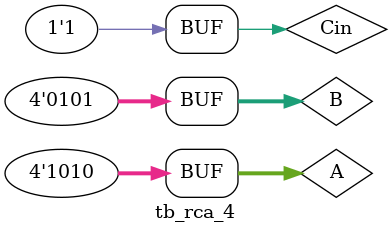
<source format=v>
module tb_rca_4;
    reg [3:0] A, B;
    reg Cin;
    wire [3:0] SUM;
    wire Cout;

    rca_4 UUT (
        .A(A), .B(B), .Cin(Cin),
        .SUM(SUM), .Cout(Cout)
    );

    initial begin
        A = 4'd3; B = 4'd2; Cin = 0;
        #10 A = 4'd7; B = 4'd8; Cin = 1;
        #10 A = 4'd15; B = 4'd1; Cin = 0;
        #10 A = 4'd10; B = 4'd5; Cin = 1;
    end
endmodule

</source>
